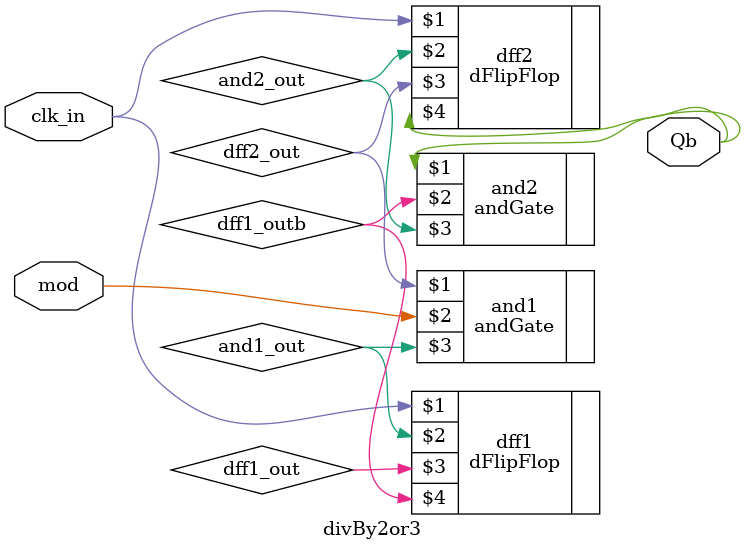
<source format=v>
`include "../buildingBlocks/d_flipflop.v"
`include "../buildingBlocks/and_gate.v"
`include "../buildingBlocks/or_gate.v" 

module divBy2or3(clk_in, mod, Qb); 
input clk_in; 
input mod; 
output Qb; 

wire and1_out;
wire and2_out;
wire dff1_out,dff1_outb; 
wire dff2_out;

andGate and1(dff2_out,mod,and1_out);
dFlipFlop dff1(clk_in,and1_out,dff1_out,dff1_outb);
andGate and2(Qb,dff1_outb,and2_out); 
dFlipFlop dff2(clk_in,and2_out,dff2_out,Qb);
endmodule
</source>
